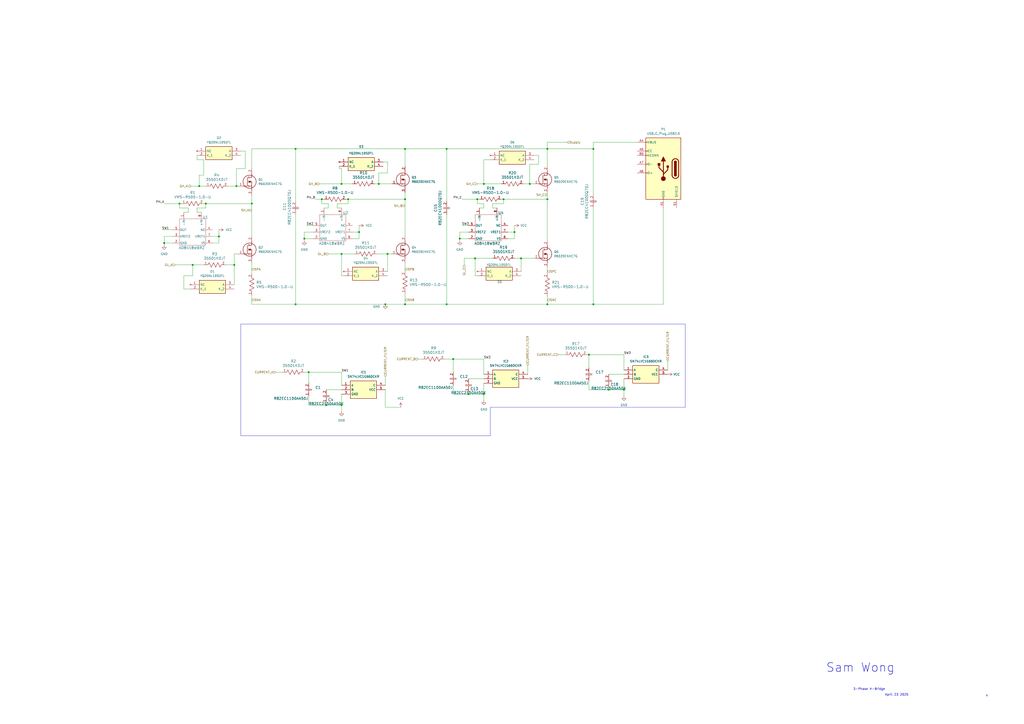
<source format=kicad_sch>
(kicad_sch (version 20250114) (generator "eeschema") (generator_version "9.0")
  (paper "A2")
  (lib_symbols
    (symbol "4xxx_IEEE:R6020ENXC7G" (pin_names (hide yes))
      (property "Reference" "Q" (at 11.43 3.81 0))
      (property "Value" "R6020ENXC7G" (at 11.43 1.27 0))
      (symbol "R6020ENXC7G_1_1"
        (pin passive line (at 0 0 0) (length 2.54) (name "G") (number "1"))
        (pin passive line (at 7.62 10.16 270) (length 2.54) (name "D") (number "2"))
        (pin passive line (at 7.62 -5.08 90) (length 2.54) (name "S") (number "3"))
      )
    )
    (symbol "4xxx_IEEE:R82EC4100DQ70J" (pin_names (offset 0.254))
      (property "Reference" "C" (at 3.81 3.81 0))
      (property "Value" "R82EC4100DQ70J" (at 3.81 -3.81 0))
      (symbol "R82EC4100DQ70J_1_1"
        (pin unspecified line (at 0 0 0) (length 2.54) (name "") (number "1"))
        (pin unspecified line (at 7.62 0 180) (length 2.54) (name "") (number "2"))
      )
      (symbol "R82EC4100DQ70J_1_2"
        (pin unspecified line (at 0 0 270) (length 2.54) (name "") (number "1"))
        (pin unspecified line (at 0 -7.62 90) (length 2.54) (name "") (number "2"))
      )
    )
    (symbol "AD8418WBRZ_1" (pin_names (offset 0.254))
      (property "Reference" "U1" (at 22.606 -1.524 0))
      (property "Value" "AD8418WBRZ" (at 14.732 -19.304 0))
      (symbol "AD8418WBRZ_1_1_1"
        (pin unspecified line (at 3.81 -8.89 0) (length 3.81) (name "OUT") (number "5"))
        (pin unspecified line (at 3.81 -12.7 0) (length 3.81) (name "VREF2") (number "3"))
        (pin unspecified line (at 3.81 -16.51 0) (length 3.81) (name "GND") (number "2"))
        (pin unspecified line (at 10.16 1.27 270) (length 3.81) (name "-IN") (number "1"))
        (pin unspecified line (at 20.32 1.27 270) (length 3.81) (name "+IN") (number "8"))
        (pin unspecified line (at 26.67 -8.89 180) (length 3.81) (name "NC") (number "4"))
        (pin unspecified line (at 26.67 -12.7 180) (length 3.81) (name "VREF1") (number "7"))
        (pin unspecified line (at 26.67 -16.51 180) (length 3.81) (name "VS") (number "6"))
      )
    )
    (symbol "AD8418WBRZ_2" (pin_names (offset 0.254))
      (property "Reference" "U2" (at 22.606 -1.524 0))
      (property "Value" "AD8418WBRZ" (at 14.732 -19.304 0))
      (symbol "AD8418WBRZ_2_1_1"
        (pin unspecified line (at 3.81 -8.89 0) (length 3.81) (name "OUT") (number "5"))
        (pin unspecified line (at 3.81 -12.7 0) (length 3.81) (name "VREF2") (number "3"))
        (pin unspecified line (at 3.81 -16.51 0) (length 3.81) (name "GND") (number "2"))
        (pin unspecified line (at 10.16 1.27 270) (length 3.81) (name "-IN") (number "1"))
        (pin unspecified line (at 20.32 1.27 270) (length 3.81) (name "+IN") (number "8"))
        (pin unspecified line (at 26.67 -8.89 180) (length 3.81) (name "NC") (number "4"))
        (pin unspecified line (at 26.67 -12.7 180) (length 3.81) (name "VREF1") (number "7"))
        (pin unspecified line (at 26.67 -16.51 180) (length 3.81) (name "VS") (number "6"))
      )
    )
    (symbol "Connector:USB_C_Plug_USB2.0" (pin_names (offset 1.016))
      (property "Reference" "P" (at -10.16 19.05 0))
      (property "Value" "USB_C_Plug_USB2.0" (at 12.7 19.05 0))
      (symbol "USB_C_Plug_USB2.0_1_1"
        (pin passive line (at -7.62 -22.86 90) (length 5.08) (name "SHIELD") (number "S1"))
        (pin passive line (at 0 -22.86 90) (length 5.08) (name "GND") (number "A1"))
        (pin passive line (at 0 -22.86 90) (length 5.08) (hide yes) (name "GND") (number "A12"))
        (pin passive line (at 0 -22.86 90) (length 5.08) (hide yes) (name "GND") (number "B1"))
        (pin passive line (at 0 -22.86 90) (length 5.08) (hide yes) (name "GND") (number "B12"))
        (pin passive line (at 15.24 15.24 180) (length 5.08) (name "VBUS") (number "A4"))
        (pin passive line (at 15.24 15.24 180) (length 5.08) (hide yes) (name "VBUS") (number "A9"))
        (pin passive line (at 15.24 15.24 180) (length 5.08) (hide yes) (name "VBUS") (number "B4"))
        (pin passive line (at 15.24 15.24 180) (length 5.08) (hide yes) (name "VBUS") (number "B9"))
        (pin bidirectional line (at 15.24 10.16 180) (length 5.08) (name "CC") (number "A5"))
        (pin bidirectional line (at 15.24 7.62 180) (length 5.08) (name "VCONN") (number "B5"))
        (pin bidirectional line (at 15.24 2.54 180) (length 5.08) (name "D-") (number "A7"))
        (pin bidirectional line (at 15.24 -2.54 180) (length 5.08) (name "D+") (number "A6"))
      )
    )
    (symbol "R6020ENXC7G_1" (pin_names (hide yes))
      (property "Reference" "Q" (at 11.43 3.81 0))
      (property "Value" "R6020ENXC7G" (at 11.43 1.27 0))
      (symbol "R6020ENXC7G_1_1_1"
        (pin passive line (at 0 0 0) (length 2.54) (name "G") (number "1"))
        (pin passive line (at 7.62 10.16 270) (length 2.54) (name "D") (number "2"))
        (pin passive line (at 7.62 -5.08 90) (length 2.54) (name "S") (number "3"))
      )
    )
    (symbol "Syms:35501K0JT" (pin_names (offset 0.254))
      (property "Reference" "R" (at 5.715 3.81 0))
      (property "Value" "35501K0JT" (at 6.35 -3.81 0))
      (symbol "35501K0JT_1_1"
        (pin unspecified line (at 0 0 0) (length 2.54) (name "") (number "1"))
        (pin unspecified line (at 12.7 0 180) (length 2.54) (name "") (number "2"))
      )
      (symbol "35501K0JT_1_2"
        (pin unspecified line (at 0 12.7 270) (length 2.54) (name "") (number "1"))
        (pin unspecified line (at 0 0 90) (length 2.54) (name "") (number "2"))
      )
    )
    (symbol "Syms:AD8418WBRZ" (pin_names (offset 0.254))
      (property "Reference" "U3" (at 22.606 -1.524 0))
      (property "Value" "AD8418WBRZ" (at 14.732 -19.304 0))
      (symbol "AD8418WBRZ_1_1"
        (pin unspecified line (at 3.81 -8.89 0) (length 3.81) (name "OUT") (number "5"))
        (pin unspecified line (at 3.81 -12.7 0) (length 3.81) (name "VREF2") (number "3"))
        (pin unspecified line (at 3.81 -16.51 0) (length 3.81) (name "GND") (number "2"))
        (pin unspecified line (at 10.16 1.27 270) (length 3.81) (name "-IN") (number "1"))
        (pin unspecified line (at 20.32 1.27 270) (length 3.81) (name "+IN") (number "8"))
        (pin unspecified line (at 26.67 -8.89 180) (length 3.81) (name "NC") (number "4"))
        (pin unspecified line (at 26.67 -12.7 180) (length 3.81) (name "VREF1") (number "7"))
        (pin unspecified line (at 26.67 -16.51 180) (length 3.81) (name "VS") (number "6"))
      )
    )
    (symbol "Syms:R82EC1100AA50J" (pin_names (offset 0.254))
      (property "Reference" "C" (at 3.81 3.81 0))
      (property "Value" "R82EC1100AA50J" (at 3.81 -3.81 0))
      (symbol "R82EC1100AA50J_1_1"
        (pin unspecified line (at 0 0 0) (length 2.54) (name "") (number "1"))
        (pin unspecified line (at 7.62 0 180) (length 2.54) (name "") (number "2"))
      )
      (symbol "R82EC1100AA50J_1_2"
        (pin unspecified line (at 0 0 270) (length 2.54) (name "") (number "1"))
        (pin unspecified line (at 0 -7.62 90) (length 2.54) (name "") (number "2"))
      )
    )
    (symbol "Syms:R82EC2150AA50K" (pin_names (offset 0.254))
      (property "Reference" "C" (at 3.81 3.81 0))
      (property "Value" "R82EC2150AA50K" (at 3.81 -3.81 0))
      (symbol "R82EC2150AA50K_1_1"
        (pin unspecified line (at 0 0 0) (length 2.54) (name "") (number "1"))
        (pin unspecified line (at 7.62 0 180) (length 2.54) (name "") (number "2"))
      )
      (symbol "R82EC2150AA50K_1_2"
        (pin unspecified line (at 0 0 270) (length 2.54) (name "") (number "1"))
        (pin unspecified line (at 0 -7.62 90) (length 2.54) (name "") (number "2"))
      )
    )
    (symbol "Syms:SN74LVC1G66DCKR"
      (property "Reference" "IC" (at 21.59 7.62 0))
      (property "Value" "SN74LVC1G66DCKR" (at 21.59 5.08 0))
      (symbol "SN74LVC1G66DCKR_1_1"
        (pin passive line (at 0 0 0) (length 5.08) (name "A") (number "1"))
        (pin passive line (at 0 -2.54 0) (length 5.08) (name "B") (number "2"))
        (pin passive line (at 0 -5.08 0) (length 5.08) (name "GND") (number "3"))
        (pin passive line (at 25.4 0 180) (length 5.08) (name "C") (number "4"))
        (pin passive line (at 25.4 -2.54 180) (length 5.08) (name "VCC") (number "5"))
      )
    )
    (symbol "Syms:VMS-R500-1.0-U" (pin_names (offset 0.254))
      (property "Reference" "R" (at 5.715 3.81 0))
      (property "Value" "VMS-R500-1.0-U" (at 6.35 -3.81 0))
      (symbol "VMS-R500-1.0-U_1_1"
        (pin unspecified line (at 0 0 0) (length 2.54) (name "") (number "1"))
        (pin unspecified line (at 12.7 0 180) (length 2.54) (name "") (number "2"))
      )
      (symbol "VMS-R500-1.0-U_1_2"
        (pin unspecified line (at 0 12.7 270) (length 2.54) (name "") (number "1"))
        (pin unspecified line (at 0 0 90) (length 2.54) (name "") (number "2"))
      )
    )
    (symbol "Syms:YQ20NL10SDTL"
      (property "Reference" "D" (at 21.59 7.62 0))
      (property "Value" "YQ20NL10SDTL" (at 21.59 5.08 0))
      (symbol "YQ20NL10SDTL_1_1"
        (pin no_connect line (at 0 0 0) (length 5.08) (name "NC") (number "1"))
        (pin passive line (at 0 -2.54 0) (length 5.08) (name "K_1") (number "2"))
        (pin passive line (at 25.4 0 180) (length 5.08) (name "A") (number "3"))
        (pin passive line (at 25.4 -2.54 180) (length 5.08) (name "K_2") (number "4"))
      )
    )
    (symbol "power:GND" (power) (pin_numbers (hide yes)) (pin_names (offset 0) (hide yes))
      (property "Value" "GND" (at 0 -3.81 0))
      (symbol "GND_1_1"
        (pin power_in line (at 0 0 270) (length 0) (name "~") (number "1"))
      )
    )
    (symbol "power:VCC" (power) (pin_numbers (hide yes)) (pin_names (offset 0) (hide yes))
      (property "Value" "VCC" (at 0 3.556 0))
      (symbol "VCC_1_1"
        (pin power_in line (at 0 0 90) (length 0) (name "~") (number "1"))
      )
    )
  )
  (text "3-Phase H-Bridge\n" (at 504.19 399.796 0) (effects (font (size 1.27 1.27))))
  (text "April 23 2025\n" (at 520.192 403.098 0) (effects (font (size 1.27 1.27))))
  (text "4\n" (at 572.516 403.606 0) (effects (font (size 1.27 1.27))))
  (text "Sam Wong\n" (at 499.11 387.35 0) (effects (font (size 5.08 5.08) (thickness 0.254) (bold yes))))
  (junction (at 344.17 86.36))
  (junction (at 307.34 106.68))
  (junction (at 317.5 176.53))
  (junction (at 224.79 147.32))
  (junction (at 146.05 118.11))
  (junction (at 275.59 149.86))
  (junction (at 135.89 153.67))
  (junction (at 262.89 208.28))
  (junction (at 259.08 176.53))
  (junction (at 119.38 118.11))
  (junction (at 198.12 234.95))
  (junction (at 276.86 115.57))
  (junction (at 302.26 149.86))
  (junction (at 127 137.16))
  (junction (at 176.53 138.43))
  (junction (at 234.95 86.36))
  (junction (at 171.45 176.53))
  (junction (at 115.57 107.95))
  (junction (at 179.07 215.9))
  (junction (at 266.7 138.43))
  (junction (at 223.52 176.53))
  (junction (at 198.12 147.32))
  (junction (at 171.45 86.36))
  (junction (at 208.28 134.62))
  (junction (at 353.06 226.06))
  (junction (at 111.76 153.67))
  (junction (at 95.25 140.97))
  (junction (at 280.67 228.6))
  (junction (at 259.08 86.36))
  (junction (at 361.95 226.06))
  (junction (at 186.69 115.57))
  (junction (at 198.12 106.68))
  (junction (at 271.78 228.6))
  (junction (at 201.93 115.57))
  (junction (at 280.67 106.68))
  (junction (at 317.5 86.36))
  (junction (at 234.95 115.57))
  (junction (at 317.5 115.57))
  (junction (at 104.14 118.11))
  (junction (at 341.63 205.74))
  (junction (at 219.71 106.68))
  (junction (at 344.17 176.53))
  (junction (at 234.95 176.53))
  (junction (at 292.1 115.57))
  (junction (at 137.16 107.95))
  (junction (at 189.23 234.95))
  (junction (at 298.45 134.62))
  (wire (pts (xy 176.53 134.62) (xy 176.53 138.43)))
  (wire (pts (xy 190.5 147.32) (xy 198.12 147.32)))
  (wire (pts (xy 262.89 228.6) (xy 271.78 228.6)))
  (wire (pts (xy 224.79 100.33) (xy 219.71 100.33)))
  (wire (pts (xy 317.5 86.36) (xy 344.17 86.36)))
  (wire (pts (xy 309.88 90.17) (xy 312.42 90.17)))
  (wire (pts (xy 302.26 149.86) (xy 302.26 157.48)))
  (wire (pts (xy 341.63 226.06) (xy 341.63 220.98)))
  (wire (pts (xy 146.05 86.36) (xy 171.45 86.36)))
  (wire (pts (xy 217.17 106.68) (xy 219.71 106.68)))
  (wire (pts (xy 323.85 205.74) (xy 327.66 205.74)))
  (wire (pts (xy 271.78 228.6) (xy 280.67 228.6)))
  (wire (pts (xy 344.17 176.53) (xy 384.81 176.53)))
  (wire (pts (xy 280.67 118.11) (xy 276.86 118.11)))
  (wire (pts (xy 234.95 111.76) (xy 234.95 115.57)))
  (wire (pts (xy 142.24 97.79) (xy 137.16 97.79)))
  (wire (pts (xy 317.5 82.55) (xy 328.93 82.55)))
  (wire (pts (xy 181.61 134.62) (xy 176.53 134.62)))
  (wire (pts (xy 224.79 147.32) (xy 227.33 147.32)))
  (wire (pts (xy 294.64 138.43) (xy 298.45 138.43)))
  (wire (pts (xy 186.69 118.11) (xy 186.69 115.57)))
  (wire (pts (xy 171.45 86.36) (xy 234.95 86.36)))
  (wire (pts (xy 176.53 215.9) (xy 179.07 215.9)))
  (wire (pts (xy 132.08 107.95) (xy 137.16 107.95)))
  (wire (pts (xy 353.06 224.79) (xy 353.06 226.06)))
  (wire (pts (xy 275.59 149.86) (xy 285.75 149.86)))
  (wire (pts (xy 119.38 118.11) (xy 119.38 120.65)))
  (polyline (pts (xy 284.48 252.73) (xy 139.7 252.73)))
  (wire (pts (xy 189.23 226.06) (xy 198.12 226.06)))
  (wire (pts (xy 106.68 123.19) (xy 109.22 123.19)))
  (wire (pts (xy 114.3 120.65) (xy 119.38 120.65)))
  (wire (pts (xy 198.12 147.32) (xy 198.12 160.02)))
  (wire (pts (xy 223.52 236.22) (xy 232.41 236.22)))
  (wire (pts (xy 111.76 153.67) (xy 111.76 160.02)))
  (wire (pts (xy 95.25 137.16) (xy 95.25 140.97)))
  (wire (pts (xy 176.53 138.43) (xy 181.61 138.43)))
  (polyline (pts (xy 284.48 236.22) (xy 284.48 252.73)))
  (wire (pts (xy 384.81 120.65) (xy 384.81 176.53)))
  (wire (pts (xy 100.33 137.16) (xy 95.25 137.16)))
  (wire (pts (xy 275.59 149.86) (xy 275.59 160.02)))
  (wire (pts (xy 201.93 115.57) (xy 201.93 118.11)))
  (wire (pts (xy 353.06 217.17) (xy 361.95 217.17)))
  (wire (pts (xy 123.19 140.97) (xy 127 140.97)))
  (wire (pts (xy 219.71 106.68) (xy 227.33 106.68)))
  (wire (pts (xy 222.25 93.98) (xy 224.79 93.98)))
  (wire (pts (xy 146.05 176.53) (xy 171.45 176.53)))
  (wire (pts (xy 198.12 97.79) (xy 196.85 97.79)))
  (wire (pts (xy 353.06 226.06) (xy 361.95 226.06)))
  (wire (pts (xy 115.57 107.95) (xy 119.38 107.95)))
  (wire (pts (xy 160.02 215.9) (xy 163.83 215.9)))
  (wire (pts (xy 201.93 115.57) (xy 234.95 115.57)))
  (wire (pts (xy 280.67 228.6) (xy 280.67 222.25)))
  (wire (pts (xy 262.89 228.6) (xy 262.89 223.52)))
  (wire (pts (xy 127 133.35) (xy 127 137.16)))
  (wire (pts (xy 271.78 227.33) (xy 271.78 228.6)))
  (wire (pts (xy 171.45 86.36) (xy 171.45 116.84)))
  (wire (pts (xy 137.16 107.95) (xy 138.43 107.95)))
  (wire (pts (xy 257.81 208.28) (xy 262.89 208.28)))
  (wire (pts (xy 285.75 118.11) (xy 285.75 120.65)))
  (wire (pts (xy 234.95 96.52) (xy 234.95 86.36)))
  (wire (pts (xy 135.89 153.67) (xy 135.89 165.1)))
  (wire (pts (xy 190.5 118.11) (xy 186.69 118.11)))
  (polyline (pts (xy 397.51 236.22) (xy 284.48 236.22)))
  (wire (pts (xy 93.98 133.35) (xy 100.33 133.35)))
  (wire (pts (xy 118.11 92.71) (xy 114.3 92.71)))
  (wire (pts (xy 344.17 120.65) (xy 344.17 176.53)))
  (wire (pts (xy 179.07 234.95) (xy 189.23 234.95)))
  (wire (pts (xy 95.25 118.11) (xy 104.14 118.11)))
  (wire (pts (xy 259.08 176.53) (xy 317.5 176.53)))
  (wire (pts (xy 198.12 97.79) (xy 198.12 106.68)))
  (wire (pts (xy 276.86 106.68) (xy 280.67 106.68)))
  (wire (pts (xy 115.57 101.6) (xy 118.11 101.6)))
  (wire (pts (xy 195.58 118.11) (xy 201.93 118.11)))
  (wire (pts (xy 285.75 118.11) (xy 292.1 118.11)))
  (wire (pts (xy 95.25 140.97) (xy 95.25 142.24)))
  (polyline (pts (xy 397.51 187.96) (xy 397.51 236.22)))
  (wire (pts (xy 109.22 120.65) (xy 104.14 120.65)))
  (wire (pts (xy 298.45 130.81) (xy 298.45 134.62)))
  (wire (pts (xy 101.6 153.67) (xy 111.76 153.67)))
  (wire (pts (xy 189.23 234.95) (xy 198.12 234.95)))
  (wire (pts (xy 135.89 153.67) (xy 135.89 147.32)))
  (wire (pts (xy 271.78 219.71) (xy 280.67 219.71)))
  (wire (pts (xy 292.1 118.11) (xy 292.1 115.57)))
  (wire (pts (xy 317.5 176.53) (xy 344.17 176.53)))
  (wire (pts (xy 341.63 226.06) (xy 353.06 226.06)))
  (wire (pts (xy 190.5 118.11) (xy 190.5 120.65)))
  (wire (pts (xy 106.68 160.02) (xy 106.68 167.64)))
  (wire (pts (xy 259.08 86.36) (xy 259.08 116.84)))
  (wire (pts (xy 267.97 130.81) (xy 271.78 130.81)))
  (wire (pts (xy 182.88 115.57) (xy 186.69 115.57)))
  (wire (pts (xy 218.44 147.32) (xy 224.79 147.32)))
  (wire (pts (xy 266.7 134.62) (xy 266.7 138.43)))
  (wire (pts (xy 234.95 115.57) (xy 234.95 137.16)))
  (wire (pts (xy 196.85 97.79) (xy 196.85 96.52)))
  (wire (pts (xy 118.11 118.11) (xy 119.38 118.11)))
  (wire (pts (xy 234.95 176.53) (xy 259.08 176.53)))
  (wire (pts (xy 280.67 106.68) (xy 290.83 106.68)))
  (wire (pts (xy 242.57 208.28) (xy 245.11 208.28)))
  (wire (pts (xy 344.17 86.36) (xy 344.17 113.03)))
  (wire (pts (xy 114.3 92.71) (xy 114.3 90.17)))
  (wire (pts (xy 146.05 152.4) (xy 146.05 158.75)))
  (wire (pts (xy 186.69 115.57) (xy 187.96 115.57)))
  (wire (pts (xy 341.63 205.74) (xy 341.63 213.36)))
  (wire (pts (xy 198.12 147.32) (xy 205.74 147.32)))
  (wire (pts (xy 292.1 115.57) (xy 317.5 115.57)))
  (wire (pts (xy 259.08 124.46) (xy 259.08 176.53)))
  (wire (pts (xy 306.07 212.09) (xy 306.07 217.17)))
  (wire (pts (xy 290.83 115.57) (xy 292.1 115.57)))
  (wire (pts (xy 266.7 138.43) (xy 271.78 138.43)))
  (polyline (pts (xy 139.7 187.96) (xy 397.51 187.96)))
  (wire (pts (xy 198.12 234.95) (xy 198.12 228.6)))
  (wire (pts (xy 208.28 138.43) (xy 208.28 134.62)))
  (wire (pts (xy 307.34 95.25) (xy 312.42 95.25)))
  (wire (pts (xy 280.67 118.11) (xy 280.67 120.65)))
  (wire (pts (xy 204.47 138.43) (xy 208.28 138.43)))
  (wire (pts (xy 317.5 86.36) (xy 317.5 82.55)))
  (wire (pts (xy 177.8 130.81) (xy 181.61 130.81)))
  (wire (pts (xy 224.79 147.32) (xy 224.79 157.48)))
  (wire (pts (xy 123.19 137.16) (xy 127 137.16)))
  (wire (pts (xy 223.52 236.22) (xy 223.52 226.06)))
  (wire (pts (xy 195.58 118.11) (xy 195.58 120.65)))
  (wire (pts (xy 198.12 215.9) (xy 198.12 223.52)))
  (wire (pts (xy 118.11 101.6) (xy 118.11 92.71)))
  (wire (pts (xy 280.67 208.28) (xy 280.67 217.17)))
  (wire (pts (xy 115.57 101.6) (xy 115.57 107.95)))
  (wire (pts (xy 187.96 120.65) (xy 190.5 120.65)))
  (wire (pts (xy 198.12 238.76) (xy 198.12 234.95)))
  (wire (pts (xy 114.3 120.65) (xy 114.3 123.19)))
  (wire (pts (xy 298.45 149.86) (xy 302.26 149.86)))
  (wire (pts (xy 198.12 106.68) (xy 204.47 106.68)))
  (wire (pts (xy 111.76 153.67) (xy 118.11 153.67)))
  (wire (pts (xy 317.5 171.45) (xy 317.5 176.53)))
  (wire (pts (xy 307.34 95.25) (xy 307.34 106.68)))
  (wire (pts (xy 104.14 118.11) (xy 105.41 118.11)))
  (polyline (pts (xy 139.7 187.96) (xy 139.7 252.73)))
  (wire (pts (xy 130.81 153.67) (xy 135.89 153.67)))
  (wire (pts (xy 179.07 234.95) (xy 179.07 229.87)))
  (wire (pts (xy 104.14 120.65) (xy 104.14 118.11)))
  (wire (pts (xy 298.45 138.43) (xy 298.45 134.62)))
  (wire (pts (xy 266.7 138.43) (xy 266.7 139.7)))
  (wire (pts (xy 106.68 167.64) (xy 110.49 167.64)))
  (wire (pts (xy 146.05 171.45) (xy 146.05 176.53)))
  (wire (pts (xy 387.35 209.55) (xy 387.35 214.63)))
  (wire (pts (xy 146.05 97.79) (xy 146.05 86.36)))
  (wire (pts (xy 114.3 123.19) (xy 116.84 123.19)))
  (wire (pts (xy 294.64 134.62) (xy 298.45 134.62)))
  (wire (pts (xy 317.5 86.36) (xy 317.5 96.52)))
  (wire (pts (xy 341.63 205.74) (xy 361.95 205.74)))
  (wire (pts (xy 119.38 118.11) (xy 146.05 118.11)))
  (wire (pts (xy 262.89 208.28) (xy 262.89 215.9)))
  (wire (pts (xy 109.22 120.65) (xy 109.22 123.19)))
  (wire (pts (xy 276.86 160.02) (xy 275.59 160.02)))
  (wire (pts (xy 139.7 87.63) (xy 142.24 87.63)))
  (wire (pts (xy 208.28 130.81) (xy 208.28 134.62)))
  (wire (pts (xy 317.5 111.76) (xy 317.5 115.57)))
  (wire (pts (xy 317.5 115.57) (xy 317.5 139.7)))
  (wire (pts (xy 223.52 176.53) (xy 234.95 176.53)))
  (wire (pts (xy 110.49 107.95) (xy 115.57 107.95)))
  (wire (pts (xy 269.24 149.86) (xy 275.59 149.86)))
  (wire (pts (xy 137.16 97.79) (xy 137.16 107.95)))
  (wire (pts (xy 171.45 176.53) (xy 223.52 176.53)))
  (wire (pts (xy 199.39 160.02) (xy 198.12 160.02)))
  (wire (pts (xy 262.89 208.28) (xy 280.67 208.28)))
  (wire (pts (xy 234.95 86.36) (xy 259.08 86.36)))
  (wire (pts (xy 111.76 160.02) (xy 106.68 160.02)))
  (wire (pts (xy 361.95 229.87) (xy 361.95 226.06)))
  (wire (pts (xy 142.24 87.63) (xy 142.24 97.79)))
  (wire (pts (xy 200.66 115.57) (xy 201.93 115.57)))
  (wire (pts (xy 234.95 152.4) (xy 234.95 157.48)))
  (wire (pts (xy 219.71 100.33) (xy 219.71 106.68)))
  (wire (pts (xy 179.07 215.9) (xy 198.12 215.9)))
  (wire (pts (xy 234.95 170.18) (xy 234.95 176.53)))
  (wire (pts (xy 146.05 118.11) (xy 146.05 137.16)))
  (wire (pts (xy 312.42 95.25) (xy 312.42 90.17)))
  (wire (pts (xy 280.67 92.71) (xy 280.67 106.68)))
  (wire (pts (xy 259.08 86.36) (xy 317.5 86.36)))
  (wire (pts (xy 195.58 120.65) (xy 198.12 120.65)))
  (wire (pts (xy 204.47 134.62) (xy 208.28 134.62)))
  (wire (pts (xy 267.97 115.57) (xy 276.86 115.57)))
  (wire (pts (xy 135.89 147.32) (xy 138.43 147.32)))
  (wire (pts (xy 278.13 120.65) (xy 280.67 120.65)))
  (wire (pts (xy 171.45 124.46) (xy 171.45 176.53)))
  (wire (pts (xy 224.79 93.98) (xy 224.79 100.33)))
  (wire (pts (xy 317.5 154.94) (xy 317.5 158.75)))
  (wire (pts (xy 280.67 92.71) (xy 284.48 92.71)))
  (wire (pts (xy 276.86 115.57) (xy 278.13 115.57)))
  (wire (pts (xy 361.95 205.74) (xy 361.95 214.63)))
  (wire (pts (xy 185.42 106.68) (xy 198.12 106.68)))
  (wire (pts (xy 369.57 82.55) (xy 344.17 82.55)))
  (wire (pts (xy 285.75 120.65) (xy 288.29 120.65)))
  (wire (pts (xy 280.67 232.41) (xy 280.67 228.6)))
  (wire (pts (xy 302.26 149.86) (xy 309.88 149.86)))
  (wire (pts (xy 303.53 106.68) (xy 307.34 106.68)))
  (wire (pts (xy 344.17 82.55) (xy 344.17 86.36)))
  (wire (pts (xy 127 140.97) (xy 127 137.16)))
  (wire (pts (xy 276.86 115.57) (xy 276.86 118.11)))
  (wire (pts (xy 146.05 113.03) (xy 146.05 118.11)))
  (wire (pts (xy 179.07 215.9) (xy 179.07 222.25)))
  (wire (pts (xy 269.24 149.86) (xy 269.24 153.67)))
  (wire (pts (xy 95.25 140.97) (xy 100.33 140.97)))
  (wire (pts (xy 340.36 205.74) (xy 341.63 205.74)))
  (wire (pts (xy 223.52 218.44) (xy 223.52 223.52)))
  (wire (pts (xy 176.53 138.43) (xy 176.53 139.7)))
  (wire (pts (xy 307.34 106.68) (xy 309.88 106.68)))
  (wire (pts (xy 361.95 226.06) (xy 361.95 219.71)))
  (wire (pts (xy 189.23 233.68) (xy 189.23 234.95)))
  (wire (pts (xy 271.78 134.62) (xy 266.7 134.62)))
  (label "PH_A" (at 95.25 118.11 180))
  (label "SW1" (at 198.12 215.9 0))
  (label "SW3" (at 267.97 130.81 0))
  (label "SW2" (at 280.67 208.28 0))
  (label "SW3" (at 361.95 205.74 0))
  (label "PH_B" (at 182.88 115.57 180))
  (label "SW2" (at 177.8 130.81 0))
  (label "SW1" (at 93.98 133.35 0))
  (label "PH_C" (at 267.97 115.57 180))
  (hierarchical_label "CURRENT_C" (shape input) (at 323.85 205.74 180))
  (hierarchical_label "SNA" (shape input) (at 146.05 173.99 0))
  (hierarchical_label "SH_C" (shape input) (at 317.5 113.03 180))
  (hierarchical_label "SPA" (shape input) (at 146.05 156.21 0))
  (hierarchical_label "GL_B" (shape input) (at 190.5 147.32 180))
  (hierarchical_label "SPC" (shape input) (at 317.5 157.48 0))
  (hierarchical_label "SH_A" (shape input) (at 146.05 121.92 180))
  (hierarchical_label "CURRENT_FILTER" (shape input) (at 306.07 212.09 90))
  (hierarchical_label "SH_B" (shape input) (at 234.95 119.38 180))
  (hierarchical_label "GL_C" (shape input) (at 269.24 153.67 270))
  (hierarchical_label "SNB" (shape input) (at 234.95 173.99 0))
  (hierarchical_label "SNC" (shape input) (at 317.5 173.99 0))
  (hierarchical_label "CURRENT_FILTER" (shape input) (at 387.35 209.55 90))
  (hierarchical_label "CURRENT_FILTER" (shape input) (at 223.52 218.44 90))
  (hierarchical_label "GH_B" (shape input) (at 185.42 106.68 180))
  (hierarchical_label "Supply" (shape input) (at 328.93 82.55 0))
  (hierarchical_label "GH_A" (shape output) (at 110.49 107.95 180))
  (hierarchical_label "CURRENT_B" (shape input) (at 242.57 208.28 180))
  (hierarchical_label "SPB" (shape input) (at 234.95 156.21 0))
  (hierarchical_label "GH_C" (shape input) (at 276.86 106.68 180))
  (hierarchical_label "GL_A" (shape input) (at 101.6 153.67 180))
  (hierarchical_label "CURRENT_A" (shape input) (at 160.02 215.9 180))
  (symbol (lib_id "Syms:35501K0JT") (at 204.47 106.68 0) (unit 1)
    (property "Reference" "R10" (at 210.82 100.33 0) (effects (font (size 1.524 1.524))))
    (property "Value" "35501K0JT" (at 210.82 102.87 0) (effects (font (size 1.524 1.524))))
    (property "Footprint" "RES_3550_TEC" (effects (hide yes)))
    (property "Datasheet" "35501K0JT" (effects (hide yes)))
  )
  (symbol (lib_id "power:GND") (at 280.67 232.41 0) (unit 1)
    (property "Reference" "#PWR010" (effects (hide yes)))
    (property "Value" "GND" (at 280.67 237.49 0))
    (property "Description" "Power symbol creates a global label with name \"GND\" , ground" (effects (hide yes)))
  )
  (symbol (lib_id "Syms:VMS-R500-1.0-U") (at 234.95 170.18 90) (unit 1)
    (property "Reference" "R13" (at 237.49 162.5599 90) (effects (font (size 1.524 1.524)) (justify right)))
    (property "Value" "VMS-R500-1.0-U" (at 237.49 165.0999 90) (effects (font (size 1.524 1.524)) (justify right)))
    (property "Footprint" "RES_VMS-R500-1.0-U_IAT" (effects (hide yes)))
    (property "Datasheet" "VMS-R500-1.0-U" (effects (hide yes)))
  )
  (symbol (lib_id "4xxx_IEEE:R82EC4100DQ70J") (at 171.45 124.46 270) (mirror x) (unit 1)
    (property "Reference" "C11" (at 165.1 122.174 0) (effects (font (size 1.524 1.524)) (justify left)))
    (property "Value" "R82EC4100DQ70J" (at 167.894 130.556 0) (effects (font (size 1.524 1.524)) (justify left)))
    (property "Footprint" "CAP_R82E-7P5X6P1-5P0_KEM" (effects (hide yes)))
    (property "Datasheet" "R82EC4100DQ70J" (effects (hide yes)))
  )
  (symbol (lib_id "power:VCC") (at 387.35 217.17 270) (unit 1)
    (property "Reference" "#PWR024" (effects (hide yes)))
    (property "Value" "VCC" (at 390.5322 217.1699 90) (effects (justify left)))
    (property "Description" "Power symbol creates a global label with name \"VCC\"" (effects (hide yes)))
  )
  (symbol (lib_id "Syms:YQ20NL10SDTL") (at 110.49 165.1 0) (unit 1)
    (property "Reference" "D1" (at 123.19 157.48 0))
    (property "Value" "YQ20NL10SDTL" (at 123.19 160.02 0))
    (property "Footprint" "YQ30NL10SEFHTL" (effects (hide yes)))
    (property "Datasheet" "https://fscdn.rohm.com/en/products/databook/datasheet/discrete/diode/schottky_barrier/yq20nl10sdtl-e.pdf" (effects (hide yes)))
    (property "Description" "Schottky Diodes & Rectifiers SKY DIODE      100V, 20A, LPDL" (effects (hide yes)))
    (property "Height" "4.7" (effects (hide yes)))
    (property "Mouser Part Number" "755-YQ20NL10SDTL" (effects (hide yes)))
    (property "Mouser Price/Stock" "https://www.mouser.co.uk/ProductDetail/ROHM-Semiconductor/YQ20NL10SDTL?qs=Z%252BL2brAPG1KfkO9awuyMLg%3D%3D" (effects (hide yes)))
    (property "Manufacturer_Name" "ROHM Semiconductor" (effects (hide yes)))
    (property "Manufacturer_Part_Number" "YQ20NL10SDTL" (effects (hide yes)))
  )
  (symbol (lib_id "power:VCC") (at 298.45 130.81 270) (unit 1)
    (property "Reference" "#PWR023" (effects (hide yes)))
    (property "Value" "VCC" (at 301.7975 130.8099 90) (effects (justify left)))
    (property "Description" "Power symbol creates a global label with name \"VCC\"" (effects (hide yes)))
  )
  (symbol (lib_id "4xxx_IEEE:R6020ENXC7G") (at 309.88 106.68 0) (unit 1)
    (property "Reference" "Q5" (at 321.31 102.8699 0) (effects (justify left)))
    (property "Value" "R6020ENXC7G" (at 321.31 105.4099 0) (effects (justify left)))
    (property "Footprint" "TO254P500X1010X2050-3P" (effects (hide yes)))
    (property "Datasheet" "https://fscdn.rohm.com//en/products/databook/datasheet/discrete/transistor/mosfet/r6020enx-e.pdf" (effects (hide yes)))
    (property "Description" "600V 20A TO-220FM, Low-noise Power MOSFET" (effects (hide yes)))
    (property "Height" "5" (effects (hide yes)))
    (property "Mouser Part Number" "755-R6020ENXC7G" (effects (hide yes)))
    (property "Mouser Price/Stock" "https://www.mouser.co.uk/ProductDetail/ROHM-Semiconductor/R6020ENXC7G?qs=A6eO%252BMLsxmRfA7pcs2uxMg%3D%3D" (effects (hide yes)))
    (property "Manufacturer_Name" "ROHM Semiconductor" (effects (hide yes)))
    (property "Manufacturer_Part_Number" "R6020ENXC7G" (effects (hide yes)))
  )
  (symbol (lib_id "power:VCC") (at 306.07 219.71 270) (unit 1)
    (property "Reference" "#PWR025" (effects (hide yes)))
    (property "Value" "VCC" (at 309.88 219.7099 90) (effects (justify left)))
    (property "Description" "Power symbol creates a global label with name \"VCC\"" (effects (hide yes)))
  )
  (symbol (lib_id "Syms:SN74LVC1G66DCKR") (at 198.12 223.52 0) (unit 1)
    (property "Reference" "IC1" (at 210.82 215.9 0))
    (property "Value" "SN74LVC1G66DCKR" (at 210.82 218.44 0))
    (property "Footprint" "SOT65P210X110-5N" (effects (hide yes)))
    (property "Datasheet" "http://www.ti.com/lit/gpn/sn74lvc1g66" (effects (hide yes)))
    (property "Description" "SINGLE BILATERAL ANALOG SWITCH" (effects (hide yes)))
    (property "Height" "1.1" (effects (hide yes)))
    (property "Mouser Part Number" "595-SN74LVC1G66DCKR" (effects (hide yes)))
    (property "Mouser Price/Stock" "https://www.mouser.co.uk/ProductDetail/Texas-Instruments/SN74LVC1G66DCKR?qs=tJ5HNKWh3OVluwSjhZG%252BIw%3D%3D" (effects (hide yes)))
    (property "Manufacturer_Name" "Texas Instruments" (effects (hide yes)))
    (property "Manufacturer_Part_Number" "SN74LVC1G66DCKR" (effects (hide yes)))
  )
  (symbol (lib_id "Syms:VMS-R500-1.0-U") (at 278.13 115.57 0) (unit 1)
    (property "Reference" "R18" (at 284.48 109.22 0) (effects (font (size 1.524 1.524))))
    (property "Value" "VMS-R500-1.0-U" (at 284.48 111.76 0) (effects (font (size 1.524 1.524))))
    (property "Footprint" "RES_VMS-R500-1.0-U_IAT" (effects (hide yes)))
    (property "Datasheet" "VMS-R500-1.0-U" (effects (hide yes)))
  )
  (symbol (lib_id "Syms:YQ20NL10SDTL") (at 199.39 157.48 0) (unit 1)
    (property "Reference" "D4" (at 212.09 149.86 0))
    (property "Value" "YQ20NL10SDTL" (at 212.09 152.4 0))
    (property "Footprint" "YQ30NL10SEFHTL" (effects (hide yes)))
    (property "Datasheet" "https://fscdn.rohm.com/en/products/databook/datasheet/discrete/diode/schottky_barrier/yq20nl10sdtl-e.pdf" (effects (hide yes)))
    (property "Description" "Schottky Diodes & Rectifiers SKY DIODE      100V, 20A, LPDL" (effects (hide yes)))
    (property "Height" "4.7" (effects (hide yes)))
    (property "Mouser Part Number" "755-YQ20NL10SDTL" (effects (hide yes)))
    (property "Mouser Price/Stock" "https://www.mouser.co.uk/ProductDetail/ROHM-Semiconductor/YQ20NL10SDTL?qs=Z%252BL2brAPG1KfkO9awuyMLg%3D%3D" (effects (hide yes)))
    (property "Manufacturer_Name" "ROHM Semiconductor" (effects (hide yes)))
    (property "Manufacturer_Part_Number" "YQ20NL10SDTL" (effects (hide yes)))
  )
  (symbol (lib_name "AD8418WBRZ_2") (lib_id "Syms:AD8418WBRZ") (at 177.8 121.92 0) (unit 1)
    (property "Reference" "U2" (at 200.406 123.444 0) (effects (font (size 1.524 1.524))))
    (property "Value" "AD8418WBRZ" (at 192.532 141.224 0) (effects (font (size 1.524 1.524))))
    (property "Footprint" "R_8_ADI" (effects (hide yes)))
    (property "Datasheet" "AD8418WBRZ" (effects (hide yes)))
  )
  (symbol (lib_id "Syms:VMS-R500-1.0-U") (at 146.05 171.45 90) (unit 1)
    (property "Reference" "R5" (at 148.59 163.8299 90) (effects (font (size 1.524 1.524)) (justify right)))
    (property "Value" "VMS-R500-1.0-U" (at 148.59 166.3699 90) (effects (font (size 1.524 1.524)) (justify right)))
    (property "Footprint" "RES_VMS-R500-1.0-U_IAT" (effects (hide yes)))
    (property "Datasheet" "VMS-R500-1.0-U" (effects (hide yes)))
  )
  (symbol (lib_id "Syms:R82EC2150AA50K") (at 271.78 227.33 90) (unit 1)
    (property "Reference" "C13" (at 272.796 225.552 90) (effects (font (size 1.524 1.524)) (justify right)))
    (property "Value" "R82EC2150AA50K" (at 261.62 227.838 90) (effects (font (size 1.524 1.524)) (justify right)))
    (property "Footprint" "CAP_R82E-7P4X2P6-5P0_KEM" (effects (hide yes)))
    (property "Datasheet" "R82EC2150AA50K" (effects (hide yes)))
  )
  (symbol (lib_id "Syms:VMS-R500-1.0-U") (at 187.96 115.57 0) (unit 1)
    (property "Reference" "R8" (at 194.31 109.22 0) (effects (font (size 1.524 1.524))))
    (property "Value" "VMS-R500-1.0-U" (at 194.31 111.76 0) (effects (font (size 1.524 1.524))))
    (property "Footprint" "RES_VMS-R500-1.0-U_IAT" (effects (hide yes)))
    (property "Datasheet" "VMS-R500-1.0-U" (effects (hide yes)))
  )
  (symbol (lib_id "Connector:USB_C_Plug_USB2.0") (at 384.81 97.79 0) (mirror y) (unit 1)
    (property "Reference" "P1" (at 384.81 74.93 0))
    (property "Value" "USB_C_Plug_USB2.0" (at 384.81 77.47 0))
    (property "Footprint" "Connector_USB:USB_C_Plug_Molex_105444" (effects (hide yes)))
    (property "Datasheet" "https://www.usb.org/sites/default/files/documents/usb_type-c.zip" (effects (hide yes)))
    (property "Description" "USB 2.0-only Type-C Plug connector" (effects (hide yes)))
  )
  (symbol (lib_id "Syms:VMS-R500-1.0-U") (at 317.5 171.45 90) (unit 1)
    (property "Reference" "R21" (at 320.04 163.8299 90) (effects (font (size 1.524 1.524)) (justify right)))
    (property "Value" "VMS-R500-1.0-U" (at 320.04 166.3699 90) (effects (font (size 1.524 1.524)) (justify right)))
    (property "Footprint" "RES_VMS-R500-1.0-U_IAT" (effects (hide yes)))
    (property "Datasheet" "VMS-R500-1.0-U" (effects (hide yes)))
  )
  (symbol (lib_id "4xxx_IEEE:R6020ENXC7G") (at 227.33 147.32 0) (unit 1)
    (property "Reference" "Q4" (at 238.76 143.5099 0) (effects (justify left)))
    (property "Value" "R6020ENXC7G" (at 238.76 146.0499 0) (effects (justify left)))
    (property "Footprint" "TO254P500X1010X2050-3P" (effects (hide yes)))
    (property "Datasheet" "https://fscdn.rohm.com//en/products/databook/datasheet/discrete/transistor/mosfet/r6020enx-e.pdf" (effects (hide yes)))
    (property "Description" "600V 20A TO-220FM, Low-noise Power MOSFET" (effects (hide yes)))
    (property "Height" "5" (effects (hide yes)))
    (property "Mouser Part Number" "755-R6020ENXC7G" (effects (hide yes)))
    (property "Mouser Price/Stock" "https://www.mouser.co.uk/ProductDetail/ROHM-Semiconductor/R6020ENXC7G?qs=A6eO%252BMLsxmRfA7pcs2uxMg%3D%3D" (effects (hide yes)))
    (property "Manufacturer_Name" "ROHM Semiconductor" (effects (hide yes)))
    (property "Manufacturer_Part_Number" "R6020ENXC7G" (effects (hide yes)))
  )
  (symbol (lib_id "power:GND") (at 176.53 139.7 0) (unit 1)
    (property "Reference" "#PWR07" (effects (hide yes)))
    (property "Value" "GND" (at 176.53 144.78 0))
    (property "Description" "Power symbol creates a global label with name \"GND\" , ground" (effects (hide yes)))
  )
  (symbol (lib_id "Syms:SN74LVC1G66DCKR") (at 361.95 214.63 0) (unit 1)
    (property "Reference" "IC3" (at 374.65 207.01 0))
    (property "Value" "SN74LVC1G66DCKR" (at 374.65 209.55 0))
    (property "Footprint" "SOT65P210X110-5N" (effects (hide yes)))
    (property "Datasheet" "http://www.ti.com/lit/gpn/sn74lvc1g66" (effects (hide yes)))
    (property "Description" "SINGLE BILATERAL ANALOG SWITCH" (effects (hide yes)))
    (property "Height" "1.1" (effects (hide yes)))
    (property "Mouser Part Number" "595-SN74LVC1G66DCKR" (effects (hide yes)))
    (property "Mouser Price/Stock" "https://www.mouser.co.uk/ProductDetail/Texas-Instruments/SN74LVC1G66DCKR?qs=tJ5HNKWh3OVluwSjhZG%252BIw%3D%3D" (effects (hide yes)))
    (property "Manufacturer_Name" "Texas Instruments" (effects (hide yes)))
    (property "Manufacturer_Part_Number" "SN74LVC1G66DCKR" (effects (hide yes)))
  )
  (symbol (lib_id "Syms:35501K0JT") (at 290.83 106.68 0) (unit 1)
    (property "Reference" "R20" (at 297.18 100.33 0) (effects (font (size 1.524 1.524))))
    (property "Value" "35501K0JT" (at 297.18 102.87 0) (effects (font (size 1.524 1.524))))
    (property "Footprint" "RES_3550_TEC" (effects (hide yes)))
    (property "Datasheet" "35501K0JT" (effects (hide yes)))
  )
  (symbol (lib_id "Syms:YQ20NL10SDTL") (at 114.3 87.63 0) (unit 1)
    (property "Reference" "D2" (at 127 80.01 0))
    (property "Value" "YQ20NL10SDTL" (at 127 82.55 0))
    (property "Footprint" "YQ30NL10SEFHTL" (effects (hide yes)))
    (property "Datasheet" "https://fscdn.rohm.com/en/products/databook/datasheet/discrete/diode/schottky_barrier/yq20nl10sdtl-e.pdf" (effects (hide yes)))
    (property "Description" "Schottky Diodes & Rectifiers SKY DIODE      100V, 20A, LPDL" (effects (hide yes)))
    (property "Height" "4.7" (effects (hide yes)))
    (property "Mouser Part Number" "755-YQ20NL10SDTL" (effects (hide yes)))
    (property "Mouser Price/Stock" "https://www.mouser.co.uk/ProductDetail/ROHM-Semiconductor/YQ20NL10SDTL?qs=Z%252BL2brAPG1KfkO9awuyMLg%3D%3D" (effects (hide yes)))
    (property "Manufacturer_Name" "ROHM Semiconductor" (effects (hide yes)))
    (property "Manufacturer_Part_Number" "YQ20NL10SDTL" (effects (hide yes)))
  )
  (symbol (lib_id "power:GND") (at 266.7 139.7 0) (unit 1)
    (property "Reference" "#PWR013" (effects (hide yes)))
    (property "Value" "GND" (at 266.7 144.78 0))
    (property "Description" "Power symbol creates a global label with name \"GND\" , ground" (effects (hide yes)))
  )
  (symbol (lib_id "power:GND") (at 361.95 229.87 0) (unit 1)
    (property "Reference" "#PWR016" (effects (hide yes)))
    (property "Value" "GND" (at 361.95 234.95 0))
    (property "Description" "Power symbol creates a global label with name \"GND\" , ground" (effects (hide yes)))
  )
  (symbol (lib_id "Syms:35501K0JT") (at 205.74 147.32 0) (unit 1)
    (property "Reference" "R11" (at 212.09 140.97 0) (effects (font (size 1.524 1.524))))
    (property "Value" "35501K0JT" (at 212.09 143.51 0) (effects (font (size 1.524 1.524))))
    (property "Footprint" "RES_3550_TEC" (effects (hide yes)))
    (property "Datasheet" "35501K0JT" (effects (hide yes)))
  )
  (symbol (lib_id "4xxx_IEEE:R6020ENXC7G") (at 138.43 147.32 0) (unit 1)
    (property "Reference" "Q2" (at 149.86 143.5099 0) (effects (justify left)))
    (property "Value" "R6020ENXC7G" (at 149.86 146.0499 0) (effects (justify left)))
    (property "Footprint" "TO254P500X1010X2050-3P" (effects (hide yes)))
    (property "Datasheet" "https://fscdn.rohm.com//en/products/databook/datasheet/discrete/transistor/mosfet/r6020enx-e.pdf" (effects (hide yes)))
    (property "Description" "600V 20A TO-220FM, Low-noise Power MOSFET" (effects (hide yes)))
    (property "Height" "5" (effects (hide yes)))
    (property "Mouser Part Number" "755-R6020ENXC7G" (effects (hide yes)))
    (property "Mouser Price/Stock" "https://www.mouser.co.uk/ProductDetail/ROHM-Semiconductor/R6020ENXC7G?qs=A6eO%252BMLsxmRfA7pcs2uxMg%3D%3D" (effects (hide yes)))
    (property "Manufacturer_Name" "ROHM Semiconductor" (effects (hide yes)))
    (property "Manufacturer_Part_Number" "R6020ENXC7G" (effects (hide yes)))
  )
  (symbol (lib_id "Syms:35501K0JT") (at 119.38 107.95 0) (unit 1)
    (property "Reference" "R4" (at 125.73 101.6 0) (effects (font (size 1.524 1.524))))
    (property "Value" "35501K0JT" (at 125.73 104.14 0) (effects (font (size 1.524 1.524))))
    (property "Footprint" "RES_3550_TEC" (effects (hide yes)))
    (property "Datasheet" "35501K0JT" (effects (hide yes)))
  )
  (symbol (lib_id "power:VCC") (at 127 133.35 270) (unit 1)
    (property "Reference" "#PWR021" (effects (hide yes)))
    (property "Value" "VCC" (at 130.81 133.3499 90) (effects (justify left)))
    (property "Description" "Power symbol creates a global label with name \"VCC\"" (effects (hide yes)))
  )
  (symbol (lib_id "power:VCC") (at 232.41 236.22 0) (unit 1)
    (property "Reference" "#PWR026" (effects (hide yes)))
    (property "Value" "VCC" (at 232.41 231.14 0))
    (property "Description" "Power symbol creates a global label with name \"VCC\"" (effects (hide yes)))
  )
  (symbol (lib_id "power:VCC") (at 208.28 130.81 270) (unit 1)
    (property "Reference" "#PWR022" (effects (hide yes)))
    (property "Value" "VCC" (at 212.09 130.8099 90) (effects (justify left)))
    (property "Description" "Power symbol creates a global label with name \"VCC\"" (effects (hide yes)))
  )
  (symbol (lib_id "Syms:35501K0JT") (at 118.11 153.67 0) (unit 1)
    (property "Reference" "R3" (at 124.46 147.32 0) (effects (font (size 1.524 1.524))))
    (property "Value" "35501K0JT" (at 124.46 149.86 0) (effects (font (size 1.524 1.524))))
    (property "Footprint" "RES_3550_TEC" (effects (hide yes)))
    (property "Datasheet" "35501K0JT" (effects (hide yes)))
  )
  (symbol (lib_id "Syms:YQ20NL10SDTL") (at 284.48 90.17 0) (unit 1)
    (property "Reference" "D6" (at 297.18 82.55 0))
    (property "Value" "YQ20NL10SDTL" (at 297.18 85.09 0))
    (property "Footprint" "YQ30NL10SEFHTL" (effects (hide yes)))
    (property "Datasheet" "https://fscdn.rohm.com/en/products/databook/datasheet/discrete/diode/schottky_barrier/yq20nl10sdtl-e.pdf" (effects (hide yes)))
    (property "Description" "Schottky Diodes & Rectifiers SKY DIODE      100V, 20A, LPDL" (effects (hide yes)))
    (property "Height" "4.7" (effects (hide yes)))
    (property "Mouser Part Number" "755-YQ20NL10SDTL" (effects (hide yes)))
    (property "Mouser Price/Stock" "https://www.mouser.co.uk/ProductDetail/ROHM-Semiconductor/YQ20NL10SDTL?qs=Z%252BL2brAPG1KfkO9awuyMLg%3D%3D" (effects (hide yes)))
    (property "Manufacturer_Name" "ROHM Semiconductor" (effects (hide yes)))
    (property "Manufacturer_Part_Number" "YQ20NL10SDTL" (effects (hide yes)))
  )
  (symbol (lib_id "power:GND") (at 223.52 176.53 0) (unit 1)
    (property "Reference" "#PWR09" (effects (hide yes)))
    (property "Value" "GND" (at 218.44 177.8 0))
    (property "Description" "Power symbol creates a global label with name \"GND\" , ground" (effects (hide yes)))
  )
  (symbol (lib_id "Syms:35501K0JT") (at 245.11 208.28 0) (unit 1)
    (property "Reference" "R9" (at 251.46 201.93 0) (effects (font (size 1.524 1.524))))
    (property "Value" "35501K0JT" (at 251.46 204.47 0) (effects (font (size 1.524 1.524))))
    (property "Footprint" "RES_3550_TEC" (effects (hide yes)))
    (property "Datasheet" "35501K0JT" (effects (hide yes)))
  )
  (symbol (lib_name "R6020ENXC7G_1") (lib_id "4xxx_IEEE:R6020ENXC7G") (at 138.43 107.95 0) (unit 1)
    (property "Reference" "Q1" (at 149.86 104.1399 0) (effects (justify left)))
    (property "Value" "R6020ENXC7G" (at 149.86 106.6799 0) (effects (justify left)))
    (property "Footprint" "TO254P500X1010X2050-3P" (effects (hide yes)))
    (property "Datasheet" "https://fscdn.rohm.com//en/products/databook/datasheet/discrete/transistor/mosfet/r6020enx-e.pdf" (effects (hide yes)))
    (property "Description" "600V 20A TO-220FM, Low-noise Power MOSFET" (effects (hide yes)))
    (property "Height" "5" (effects (hide yes)))
    (property "Mouser Part Number" "755-R6020ENXC7G" (effects (hide yes)))
    (property "Mouser Price/Stock" "https://www.mouser.co.uk/ProductDetail/ROHM-Semiconductor/R6020ENXC7G?qs=A6eO%252BMLsxmRfA7pcs2uxMg%3D%3D" (effects (hide yes)))
    (property "Manufacturer_Name" "ROHM Semiconductor" (effects (hide yes)))
    (property "Manufacturer_Part_Number" "R6020ENXC7G" (effects (hide yes)))
  )
  (symbol (lib_name "AD8418WBRZ_1") (lib_id "Syms:AD8418WBRZ") (at 96.52 124.46 0) (unit 1)
    (property "Reference" "U1" (at 119.126 125.984 0) (effects (font (size 1.524 1.524))))
    (property "Value" "AD8418WBRZ" (at 111.252 143.764 0) (effects (font (size 1.524 1.524))))
    (property "Footprint" "R_8_ADI" (effects (hide yes)))
    (property "Datasheet" "AD8418WBRZ" (effects (hide yes)))
  )
  (symbol (lib_id "Syms:YQ20NL10SDTL") (at 196.85 93.98 0) (unit 1)
    (property "Reference" "D3" (at 209.55 85.09 0))
    (property "Value" "YQ20NL10SDTL" (at 209.55 88.9 0))
    (property "Footprint" "YQ30NL10SEFHTL" (effects (hide yes)))
    (property "Datasheet" "https://fscdn.rohm.com/en/products/databook/datasheet/discrete/diode/schottky_barrier/yq20nl10sdtl-e.pdf" (effects (hide yes)))
    (property "Description" "Schottky Diodes & Rectifiers SKY DIODE      100V, 20A, LPDL" (effects (hide yes)))
    (property "Height" "4.7" (effects (hide yes)))
    (property "Mouser Part Number" "755-YQ20NL10SDTL" (effects (hide yes)))
    (property "Mouser Price/Stock" "https://www.mouser.co.uk/ProductDetail/ROHM-Semiconductor/YQ20NL10SDTL?qs=Z%252BL2brAPG1KfkO9awuyMLg%3D%3D" (effects (hide yes)))
    (property "Manufacturer_Name" "ROHM Semiconductor" (effects (hide yes)))
    (property "Manufacturer_Part_Number" "YQ20NL10SDTL" (effects (hide yes)))
  )
  (symbol (lib_id "Syms:R82EC1100AA50J") (at 179.07 229.87 90) (unit 1)
    (property "Reference" "C1" (at 182.88 224.7899 90) (effects (font (size 1.524 1.524)) (justify right)))
    (property "Value" "R82EC1100AA50J" (at 158.75 231.14 90) (effects (font (size 1.524 1.524)) (justify right)))
    (property "Footprint" "CAP_R82E-7P4X2P6-5P0_KEM" (effects (hide yes)))
    (property "Datasheet" "R82EC1100AA50J" (effects (hide yes)))
  )
  (symbol (lib_id "4xxx_IEEE:R82EC4100DQ70J") (at 344.17 120.65 90) (unit 1)
    (property "Reference" "C19" (at 337.82 116.84 0) (effects (font (size 1.524 1.524))))
    (property "Value" "R82EC4100DQ70J" (at 340.36 116.84 0) (effects (font (size 1.524 1.524))))
    (property "Footprint" "CAP_R82E-7P5X6P1-5P0_KEM" (effects (hide yes)))
    (property "Datasheet" "R82EC4100DQ70J" (effects (hide yes)))
  )
  (symbol (lib_id "Syms:35501K0JT") (at 163.83 215.9 0) (unit 1)
    (property "Reference" "R2" (at 170.18 209.55 0) (effects (font (size 1.524 1.524))))
    (property "Value" "35501K0JT" (at 170.18 212.09 0) (effects (font (size 1.524 1.524))))
    (property "Footprint" "RES_3550_TEC" (effects (hide yes)))
    (property "Datasheet" "35501K0JT" (effects (hide yes)))
  )
  (symbol (lib_id "Syms:SN74LVC1G66DCKR") (at 280.67 217.17 0) (unit 1)
    (property "Reference" "IC2" (at 293.37 209.55 0))
    (property "Value" "SN74LVC1G66DCKR" (at 293.37 212.09 0))
    (property "Footprint" "SOT65P210X110-5N" (effects (hide yes)))
    (property "Datasheet" "http://www.ti.com/lit/gpn/sn74lvc1g66" (effects (hide yes)))
    (property "Description" "SINGLE BILATERAL ANALOG SWITCH" (effects (hide yes)))
    (property "Height" "1.1" (effects (hide yes)))
    (property "Mouser Part Number" "595-SN74LVC1G66DCKR" (effects (hide yes)))
    (property "Mouser Price/Stock" "https://www.mouser.co.uk/ProductDetail/Texas-Instruments/SN74LVC1G66DCKR?qs=tJ5HNKWh3OVluwSjhZG%252BIw%3D%3D" (effects (hide yes)))
    (property "Manufacturer_Name" "Texas Instruments" (effects (hide yes)))
    (property "Manufacturer_Part_Number" "SN74LVC1G66DCKR" (effects (hide yes)))
  )
  (symbol (lib_id "4xxx_IEEE:R6020ENXC7G") (at 227.33 106.68 0) (unit 1)
    (property "Reference" "Q3" (at 238.76 102.8699 0) (effects (justify left)))
    (property "Value" "R6020ENXC7G" (at 238.76 105.4099 0) (effects (justify left)))
    (property "Footprint" "TO254P500X1010X2050-3P" (effects (hide yes)))
    (property "Datasheet" "https://fscdn.rohm.com//en/products/databook/datasheet/discrete/transistor/mosfet/r6020enx-e.pdf" (effects (hide yes)))
    (property "Description" "600V 20A TO-220FM, Low-noise Power MOSFET" (effects (hide yes)))
    (property "Height" "5" (effects (hide yes)))
    (property "Mouser Part Number" "755-R6020ENXC7G" (effects (hide yes)))
    (property "Mouser Price/Stock" "https://www.mouser.co.uk/ProductDetail/ROHM-Semiconductor/R6020ENXC7G?qs=A6eO%252BMLsxmRfA7pcs2uxMg%3D%3D" (effects (hide yes)))
    (property "Manufacturer_Name" "ROHM Semiconductor" (effects (hide yes)))
    (property "Manufacturer_Part_Number" "R6020ENXC7G" (effects (hide yes)))
  )
  (symbol (lib_id "Syms:VMS-R500-1.0-U") (at 105.41 118.11 0) (unit 1)
    (property "Reference" "R1" (at 111.76 111.76 0) (effects (font (size 1.524 1.524))))
    (property "Value" "VMS-R500-1.0-U" (at 111.76 114.3 0) (effects (font (size 1.524 1.524))))
    (property "Footprint" "RES_VMS-R500-1.0-U_IAT" (effects (hide yes)))
    (property "Datasheet" "VMS-R500-1.0-U" (effects (hide yes)))
  )
  (symbol (lib_id "power:GND") (at 198.12 238.76 0) (unit 1)
    (property "Reference" "#PWR03" (effects (hide yes)))
    (property "Value" "GND" (at 198.12 243.84 0))
    (property "Description" "Power symbol creates a global label with name \"GND\" , ground" (effects (hide yes)))
  )
  (symbol (lib_id "4xxx_IEEE:R6020ENXC7G") (at 309.88 149.86 0) (unit 1)
    (property "Reference" "Q6" (at 321.31 146.0499 0) (effects (justify left)))
    (property "Value" "R6020ENXC7G" (at 321.31 148.5899 0) (effects (justify left)))
    (property "Footprint" "TO254P500X1010X2050-3P" (effects (hide yes)))
    (property "Datasheet" "https://fscdn.rohm.com//en/products/databook/datasheet/discrete/transistor/mosfet/r6020enx-e.pdf" (effects (hide yes)))
    (property "Description" "600V 20A TO-220FM, Low-noise Power MOSFET" (effects (hide yes)))
    (property "Height" "5" (effects (hide yes)))
    (property "Mouser Part Number" "755-R6020ENXC7G" (effects (hide yes)))
    (property "Mouser Price/Stock" "https://www.mouser.co.uk/ProductDetail/ROHM-Semiconductor/R6020ENXC7G?qs=A6eO%252BMLsxmRfA7pcs2uxMg%3D%3D" (effects (hide yes)))
    (property "Manufacturer_Name" "ROHM Semiconductor" (effects (hide yes)))
    (property "Manufacturer_Part_Number" "R6020ENXC7G" (effects (hide yes)))
  )
  (symbol (lib_id "Syms:R82EC2150AA50K") (at 353.06 224.79 90) (unit 1)
    (property "Reference" "C18" (at 354.076 223.012 90) (effects (font (size 1.524 1.524)) (justify right)))
    (property "Value" "R82EC2150AA50K" (at 342.9 225.298 90) (effects (font (size 1.524 1.524)) (justify right)))
    (property "Footprint" "CAP_R82E-7P4X2P6-5P0_KEM" (effects (hide yes)))
    (property "Datasheet" "R82EC2150AA50K" (effects (hide yes)))
  )
  (symbol (lib_id "Syms:R82EC1100AA50J") (at 341.63 220.98 90) (unit 1)
    (property "Reference" "C17" (at 345.44 215.8999 90) (effects (font (size 1.524 1.524)) (justify right)))
    (property "Value" "R82EC1100AA50J" (at 321.31 222.25 90) (effects (font (size 1.524 1.524)) (justify right)))
    (property "Footprint" "CAP_R82E-7P4X2P6-5P0_KEM" (effects (hide yes)))
    (property "Datasheet" "R82EC1100AA50J" (effects (hide yes)))
  )
  (symbol (lib_id "Syms:35501K0JT") (at 285.75 149.86 0) (unit 1)
    (property "Reference" "R19" (at 292.1 143.51 0) (effects (font (size 1.524 1.524))))
    (property "Value" "35501K0JT" (at 292.1 146.05 0) (effects (font (size 1.524 1.524))))
    (property "Footprint" "RES_3550_TEC" (effects (hide yes)))
    (property "Datasheet" "35501K0JT" (effects (hide yes)))
  )
  (symbol (lib_id "power:GND") (at 95.25 142.24 0) (unit 1)
    (property "Reference" "#PWR01" (effects (hide yes)))
    (property "Value" "GND" (at 95.25 147.32 0))
    (property "Description" "Power symbol creates a global label with name \"GND\" , ground" (effects (hide yes)))
  )
  (symbol (lib_id "Syms:R82EC2150AA50K") (at 189.23 233.68 90) (unit 1)
    (property "Reference" "C4" (at 190.246 231.902 90) (effects (font (size 1.524 1.524)) (justify right)))
    (property "Value" "R82EC2150AA50K" (at 179.07 234.188 90) (effects (font (size 1.524 1.524)) (justify right)))
    (property "Footprint" "CAP_R82E-7P4X2P6-5P0_KEM" (effects (hide yes)))
    (property "Datasheet" "R82EC2150AA50K" (effects (hide yes)))
  )
  (symbol (lib_id "Syms:R82EC1100AA50J") (at 262.89 223.52 90) (unit 1)
    (property "Reference" "C12" (at 266.7 218.4399 90) (effects (font (size 1.524 1.524)) (justify right)))
    (property "Value" "R82EC1100AA50J" (at 242.57 224.79 90) (effects (font (size 1.524 1.524)) (justify right)))
    (property "Footprint" "CAP_R82E-7P4X2P6-5P0_KEM" (effects (hide yes)))
    (property "Datasheet" "R82EC1100AA50J" (effects (hide yes)))
  )
  (symbol (lib_id "Syms:35501K0JT") (at 327.66 205.74 0) (unit 1)
    (property "Reference" "R17" (at 334.01 199.39 0) (effects (font (size 1.524 1.524))))
    (property "Value" "35501K0JT" (at 334.01 201.93 0) (effects (font (size 1.524 1.524))))
    (property "Footprint" "RES_3550_TEC" (effects (hide yes)))
    (property "Datasheet" "35501K0JT" (effects (hide yes)))
  )
  (symbol (lib_id "Syms:YQ20NL10SDTL") (at 276.86 157.48 0) (unit 1)
    (property "Reference" "D5" (at 289.814 163.576 0))
    (property "Value" "YQ20NL10SDTL" (at 289.306 153.67 0))
    (property "Footprint" "YQ30NL10SEFHTL" (effects (hide yes)))
    (property "Datasheet" "https://fscdn.rohm.com/en/products/databook/datasheet/discrete/diode/schottky_barrier/yq20nl10sdtl-e.pdf" (effects (hide yes)))
    (property "Description" "Schottky Diodes & Rectifiers SKY DIODE      100V, 20A, LPDL" (effects (hide yes)))
    (property "Height" "4.7" (effects (hide yes)))
    (property "Mouser Part Number" "755-YQ20NL10SDTL" (effects (hide yes)))
    (property "Mouser Price/Stock" "https://www.mouser.co.uk/ProductDetail/ROHM-Semiconductor/YQ20NL10SDTL?qs=Z%252BL2brAPG1KfkO9awuyMLg%3D%3D" (effects (hide yes)))
    (property "Manufacturer_Name" "ROHM Semiconductor" (effects (hide yes)))
    (property "Manufacturer_Part_Number" "YQ20NL10SDTL" (effects (hide yes)))
  )
  (symbol (lib_id "4xxx_IEEE:R82EC4100DQ70J") (at 259.08 124.46 90) (unit 1)
    (property "Reference" "C15" (at 252.73 120.65 0) (effects (font (size 1.524 1.524))))
    (property "Value" "R82EC4100DQ70J" (at 255.27 120.65 0) (effects (font (size 1.524 1.524))))
    (property "Footprint" "CAP_R82E-7P5X6P1-5P0_KEM" (effects (hide yes)))
    (property "Datasheet" "R82EC4100DQ70J" (effects (hide yes)))
  )
  (symbol (lib_id "Syms:AD8418WBRZ") (at 267.97 121.92 0) (unit 1)
    (property "Reference" "U4" (at 290.576 123.444 0) (effects (font (size 1.524 1.524))))
    (property "Value" "AD8418WBRZ" (at 282.702 141.224 0) (effects (font (size 1.524 1.524))))
    (property "Footprint" "R_8_ADI" (effects (hide yes)))
    (property "Datasheet" "AD8418WBRZ" (effects (hide yes)))
  )
)
</source>
